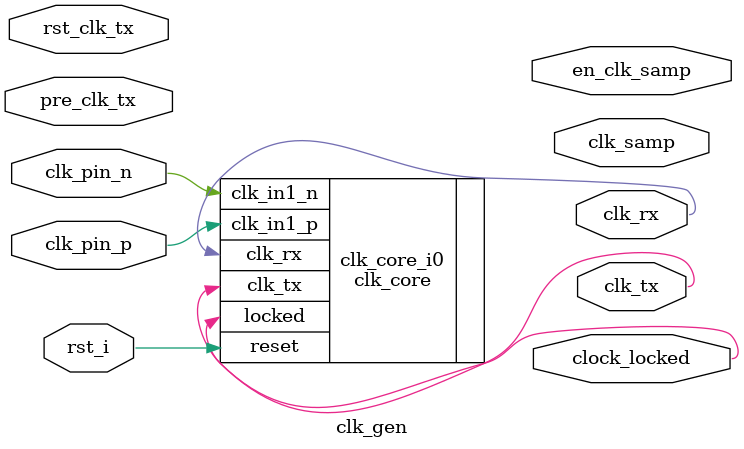
<source format=v>

`timescale 1ns/1ps


module clk_gen (
  input             clk_pin_p,       // Input clock pin - IBUFGDS is in core
  input             clk_pin_n,       //   - differential pair
  input             rst_i,           // Asynchronous input from IBUF

  input             rst_clk_tx,      // For clock divider
  
  input      [15:0] pre_clk_tx,      // Current divider

  output            clk_rx,          // Receive clock
  output            clk_tx,          // Transmit clock
  output            clk_samp,        // Sample clock

  output            en_clk_samp,     // Enable for clk_samp
  output            clock_locked     // Locked signal from MMCM
);

//***************************************************************************
// Function definitions
//***************************************************************************

//***************************************************************************
// Parameter definitions
//***************************************************************************

//***************************************************************************
// Reg declarations
//***************************************************************************

//***************************************************************************
// Wire declarations
//***************************************************************************
  
//***************************************************************************
// Code
//***************************************************************************

  // Instantiate the prescale divider

  /*clk_div clk_div_i0 (
    .clk_tx          (clk_tx),
    .rst_clk_tx      (rst_clk_tx),
    .pre_clk_tx      (pre_clk_tx),
    .en_clk_samp     (en_clk_samp)
  );*/

  // Instantiate clk_core - generated by the Clocking Wizard

  clk_core clk_core_i0 (
    .clk_in1_p          (clk_pin_p), 
    .clk_in1_n          (clk_pin_n), 
    .clk_rx             (clk_rx),
    .clk_tx             (clk_tx), 
    .reset              (rst_i), 
    .locked             (clock_locked)
  );


  /*BUFHCE #(
   .INIT_OUT(0)  // Initial output value
  )
  BUFHCE_clk_samp_i0
  (
     .O        (clk_samp),   // 1-bit The output of the BUFH
     .CE       (en_clk_samp),// 1-bit Enables propagation of signal from I to O
     .I        (clk_tx)      // 1-bit The input to the BUFH
  ); // BUFHCE*/
  


endmodule

</source>
